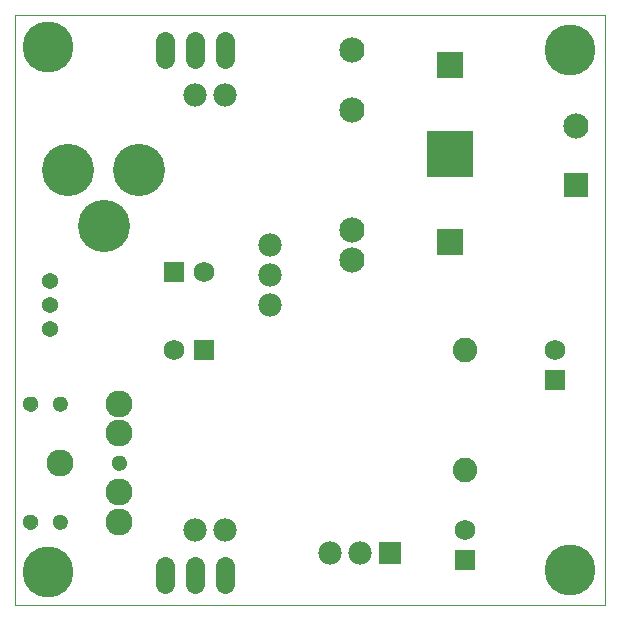
<source format=gbs>
G75*
G70*
%OFA0B0*%
%FSLAX24Y24*%
%IPPOS*%
%LPD*%
%AMOC8*
5,1,8,0,0,1.08239X$1,22.5*
%
%ADD10C,0.0000*%
%ADD11C,0.0840*%
%ADD12C,0.0780*%
%ADD13C,0.0820*%
%ADD14R,0.0690X0.0690*%
%ADD15C,0.0690*%
%ADD16C,0.0900*%
%ADD17C,0.0512*%
%ADD18R,0.0780X0.0780*%
%ADD19C,0.1740*%
%ADD20C,0.0640*%
%ADD21C,0.0540*%
%ADD22R,0.0840X0.0840*%
%ADD23R,0.0867X0.0867*%
%ADD24R,0.1542X0.1542*%
%ADD25C,0.1700*%
D10*
X001750Y000100D02*
X001750Y019785D01*
X021435Y019785D01*
X021435Y000100D01*
X001750Y000100D01*
X002030Y002881D02*
X002032Y002911D01*
X002038Y002941D01*
X002047Y002970D01*
X002060Y002997D01*
X002077Y003022D01*
X002096Y003045D01*
X002119Y003066D01*
X002144Y003083D01*
X002170Y003097D01*
X002199Y003107D01*
X002228Y003114D01*
X002258Y003117D01*
X002289Y003116D01*
X002319Y003111D01*
X002348Y003102D01*
X002375Y003090D01*
X002401Y003075D01*
X002425Y003056D01*
X002446Y003034D01*
X002464Y003010D01*
X002479Y002983D01*
X002490Y002955D01*
X002498Y002926D01*
X002502Y002896D01*
X002502Y002866D01*
X002498Y002836D01*
X002490Y002807D01*
X002479Y002779D01*
X002464Y002752D01*
X002446Y002728D01*
X002425Y002706D01*
X002401Y002687D01*
X002375Y002672D01*
X002348Y002660D01*
X002319Y002651D01*
X002289Y002646D01*
X002258Y002645D01*
X002228Y002648D01*
X002199Y002655D01*
X002170Y002665D01*
X002144Y002679D01*
X002119Y002696D01*
X002096Y002717D01*
X002077Y002740D01*
X002060Y002765D01*
X002047Y002792D01*
X002038Y002821D01*
X002032Y002851D01*
X002030Y002881D01*
X003014Y002881D02*
X003016Y002911D01*
X003022Y002941D01*
X003031Y002970D01*
X003044Y002997D01*
X003061Y003022D01*
X003080Y003045D01*
X003103Y003066D01*
X003128Y003083D01*
X003154Y003097D01*
X003183Y003107D01*
X003212Y003114D01*
X003242Y003117D01*
X003273Y003116D01*
X003303Y003111D01*
X003332Y003102D01*
X003359Y003090D01*
X003385Y003075D01*
X003409Y003056D01*
X003430Y003034D01*
X003448Y003010D01*
X003463Y002983D01*
X003474Y002955D01*
X003482Y002926D01*
X003486Y002896D01*
X003486Y002866D01*
X003482Y002836D01*
X003474Y002807D01*
X003463Y002779D01*
X003448Y002752D01*
X003430Y002728D01*
X003409Y002706D01*
X003385Y002687D01*
X003359Y002672D01*
X003332Y002660D01*
X003303Y002651D01*
X003273Y002646D01*
X003242Y002645D01*
X003212Y002648D01*
X003183Y002655D01*
X003154Y002665D01*
X003128Y002679D01*
X003103Y002696D01*
X003080Y002717D01*
X003061Y002740D01*
X003044Y002765D01*
X003031Y002792D01*
X003022Y002821D01*
X003016Y002851D01*
X003014Y002881D01*
X004983Y004850D02*
X004985Y004880D01*
X004991Y004910D01*
X005000Y004939D01*
X005013Y004966D01*
X005030Y004991D01*
X005049Y005014D01*
X005072Y005035D01*
X005097Y005052D01*
X005123Y005066D01*
X005152Y005076D01*
X005181Y005083D01*
X005211Y005086D01*
X005242Y005085D01*
X005272Y005080D01*
X005301Y005071D01*
X005328Y005059D01*
X005354Y005044D01*
X005378Y005025D01*
X005399Y005003D01*
X005417Y004979D01*
X005432Y004952D01*
X005443Y004924D01*
X005451Y004895D01*
X005455Y004865D01*
X005455Y004835D01*
X005451Y004805D01*
X005443Y004776D01*
X005432Y004748D01*
X005417Y004721D01*
X005399Y004697D01*
X005378Y004675D01*
X005354Y004656D01*
X005328Y004641D01*
X005301Y004629D01*
X005272Y004620D01*
X005242Y004615D01*
X005211Y004614D01*
X005181Y004617D01*
X005152Y004624D01*
X005123Y004634D01*
X005097Y004648D01*
X005072Y004665D01*
X005049Y004686D01*
X005030Y004709D01*
X005013Y004734D01*
X005000Y004761D01*
X004991Y004790D01*
X004985Y004820D01*
X004983Y004850D01*
X003014Y006819D02*
X003016Y006849D01*
X003022Y006879D01*
X003031Y006908D01*
X003044Y006935D01*
X003061Y006960D01*
X003080Y006983D01*
X003103Y007004D01*
X003128Y007021D01*
X003154Y007035D01*
X003183Y007045D01*
X003212Y007052D01*
X003242Y007055D01*
X003273Y007054D01*
X003303Y007049D01*
X003332Y007040D01*
X003359Y007028D01*
X003385Y007013D01*
X003409Y006994D01*
X003430Y006972D01*
X003448Y006948D01*
X003463Y006921D01*
X003474Y006893D01*
X003482Y006864D01*
X003486Y006834D01*
X003486Y006804D01*
X003482Y006774D01*
X003474Y006745D01*
X003463Y006717D01*
X003448Y006690D01*
X003430Y006666D01*
X003409Y006644D01*
X003385Y006625D01*
X003359Y006610D01*
X003332Y006598D01*
X003303Y006589D01*
X003273Y006584D01*
X003242Y006583D01*
X003212Y006586D01*
X003183Y006593D01*
X003154Y006603D01*
X003128Y006617D01*
X003103Y006634D01*
X003080Y006655D01*
X003061Y006678D01*
X003044Y006703D01*
X003031Y006730D01*
X003022Y006759D01*
X003016Y006789D01*
X003014Y006819D01*
X002030Y006819D02*
X002032Y006849D01*
X002038Y006879D01*
X002047Y006908D01*
X002060Y006935D01*
X002077Y006960D01*
X002096Y006983D01*
X002119Y007004D01*
X002144Y007021D01*
X002170Y007035D01*
X002199Y007045D01*
X002228Y007052D01*
X002258Y007055D01*
X002289Y007054D01*
X002319Y007049D01*
X002348Y007040D01*
X002375Y007028D01*
X002401Y007013D01*
X002425Y006994D01*
X002446Y006972D01*
X002464Y006948D01*
X002479Y006921D01*
X002490Y006893D01*
X002498Y006864D01*
X002502Y006834D01*
X002502Y006804D01*
X002498Y006774D01*
X002490Y006745D01*
X002479Y006717D01*
X002464Y006690D01*
X002446Y006666D01*
X002425Y006644D01*
X002401Y006625D01*
X002375Y006610D01*
X002348Y006598D01*
X002319Y006589D01*
X002289Y006584D01*
X002258Y006583D01*
X002228Y006586D01*
X002199Y006593D01*
X002170Y006603D01*
X002144Y006617D01*
X002119Y006634D01*
X002096Y006655D01*
X002077Y006678D01*
X002060Y006703D01*
X002047Y006730D01*
X002038Y006759D01*
X002032Y006789D01*
X002030Y006819D01*
D11*
X013000Y011596D03*
X013000Y012596D03*
X013000Y016596D03*
X013000Y018596D03*
X020450Y016069D03*
D12*
X010250Y012100D03*
X010250Y011100D03*
X010250Y010100D03*
X008750Y017100D03*
X007750Y017100D03*
X007750Y002600D03*
X008750Y002600D03*
X012250Y001850D03*
X013250Y001850D03*
D13*
X016750Y004600D03*
X016750Y008600D03*
D14*
X019750Y007600D03*
X016750Y001600D03*
X008050Y008600D03*
X007050Y011200D03*
D15*
X008050Y011200D03*
X007050Y008600D03*
X016750Y002600D03*
X019750Y008600D03*
D16*
X005219Y006819D03*
X005219Y005834D03*
X003250Y004850D03*
X005219Y003866D03*
X005219Y002881D03*
D17*
X003250Y002881D03*
X002266Y002881D03*
X005219Y004850D03*
X003250Y006819D03*
X002266Y006819D03*
D18*
X014250Y001850D03*
D19*
X004713Y012750D03*
X005894Y014600D03*
X003531Y014600D03*
D20*
X006750Y018300D02*
X006750Y018900D01*
X007750Y018900D02*
X007750Y018300D01*
X008750Y018300D02*
X008750Y018900D01*
X008750Y001400D02*
X008750Y000800D01*
X007750Y000800D02*
X007750Y001400D01*
X006750Y001400D02*
X006750Y000800D01*
D21*
X002915Y009322D03*
X002915Y010110D03*
X002915Y010897D03*
D22*
X020450Y014100D03*
D23*
X016250Y012194D03*
X016250Y018100D03*
D24*
X016250Y015147D03*
D25*
X020254Y018604D03*
X002856Y018691D03*
X002856Y001206D03*
X020254Y001281D03*
M02*

</source>
